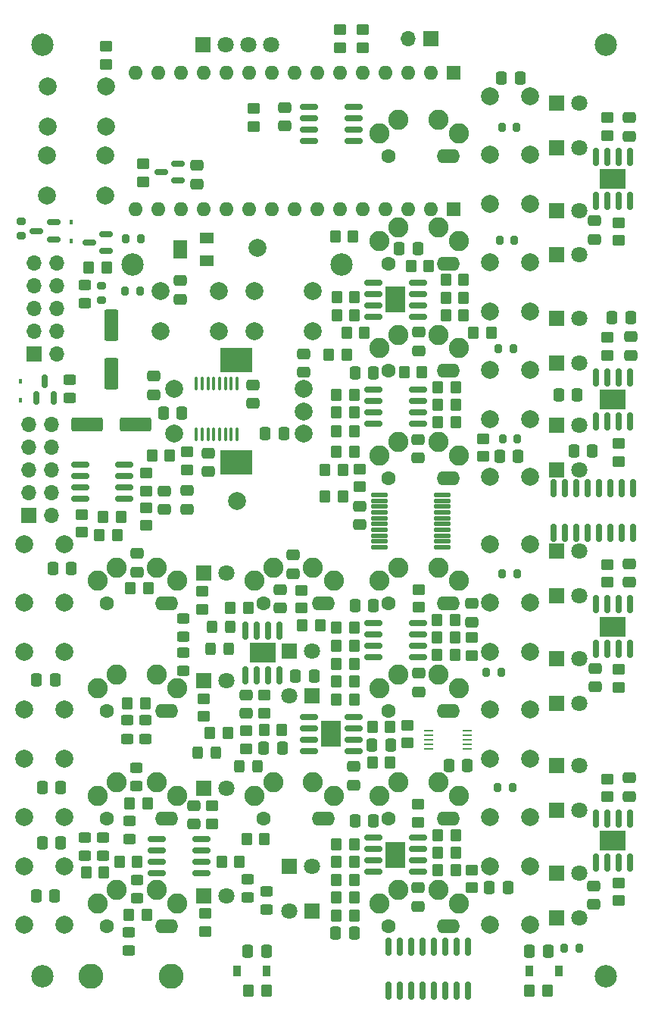
<source format=gbr>
%TF.GenerationSoftware,KiCad,Pcbnew,(6.0.1)*%
%TF.CreationDate,2023-08-27T17:20:04-07:00*%
%TF.ProjectId,main_board,6d61696e-5f62-46f6-9172-642e6b696361,5.0*%
%TF.SameCoordinates,Original*%
%TF.FileFunction,Soldermask,Bot*%
%TF.FilePolarity,Negative*%
%FSLAX46Y46*%
G04 Gerber Fmt 4.6, Leading zero omitted, Abs format (unit mm)*
G04 Created by KiCad (PCBNEW (6.0.1)) date 2023-08-27 17:20:04*
%MOMM*%
%LPD*%
G01*
G04 APERTURE LIST*
G04 Aperture macros list*
%AMRoundRect*
0 Rectangle with rounded corners*
0 $1 Rounding radius*
0 $2 $3 $4 $5 $6 $7 $8 $9 X,Y pos of 4 corners*
0 Add a 4 corners polygon primitive as box body*
4,1,4,$2,$3,$4,$5,$6,$7,$8,$9,$2,$3,0*
0 Add four circle primitives for the rounded corners*
1,1,$1+$1,$2,$3*
1,1,$1+$1,$4,$5*
1,1,$1+$1,$6,$7*
1,1,$1+$1,$8,$9*
0 Add four rect primitives between the rounded corners*
20,1,$1+$1,$2,$3,$4,$5,0*
20,1,$1+$1,$4,$5,$6,$7,0*
20,1,$1+$1,$6,$7,$8,$9,0*
20,1,$1+$1,$8,$9,$2,$3,0*%
G04 Aperture macros list end*
%ADD10RoundRect,0.200000X-0.200000X-0.275000X0.200000X-0.275000X0.200000X0.275000X-0.200000X0.275000X0*%
%ADD11R,1.600000X1.300000*%
%ADD12R,1.600000X2.000000*%
%ADD13R,1.800000X1.800000*%
%ADD14C,1.800000*%
%ADD15C,2.000000*%
%ADD16C,2.250000*%
%ADD17O,2.600000X1.600000*%
%ADD18C,1.600000*%
%ADD19C,2.500000*%
%ADD20R,3.600000X2.800000*%
%ADD21RoundRect,0.250000X-0.450000X0.350000X-0.450000X-0.350000X0.450000X-0.350000X0.450000X0.350000X0*%
%ADD22RoundRect,0.250000X-0.337500X-0.475000X0.337500X-0.475000X0.337500X0.475000X-0.337500X0.475000X0*%
%ADD23RoundRect,0.125000X0.825000X0.125000X-0.825000X0.125000X-0.825000X-0.125000X0.825000X-0.125000X0*%
%ADD24RoundRect,0.250000X-0.350000X-0.450000X0.350000X-0.450000X0.350000X0.450000X-0.350000X0.450000X0*%
%ADD25RoundRect,0.250000X0.350000X0.450000X-0.350000X0.450000X-0.350000X-0.450000X0.350000X-0.450000X0*%
%ADD26RoundRect,0.250000X0.475000X-0.337500X0.475000X0.337500X-0.475000X0.337500X-0.475000X-0.337500X0*%
%ADD27RoundRect,0.250000X0.337500X0.475000X-0.337500X0.475000X-0.337500X-0.475000X0.337500X-0.475000X0*%
%ADD28RoundRect,0.150000X0.587500X0.150000X-0.587500X0.150000X-0.587500X-0.150000X0.587500X-0.150000X0*%
%ADD29RoundRect,0.150000X-0.150000X0.825000X-0.150000X-0.825000X0.150000X-0.825000X0.150000X0.825000X0*%
%ADD30RoundRect,0.250000X0.450000X-0.325000X0.450000X0.325000X-0.450000X0.325000X-0.450000X-0.325000X0*%
%ADD31RoundRect,0.250000X-0.475000X0.337500X-0.475000X-0.337500X0.475000X-0.337500X0.475000X0.337500X0*%
%ADD32RoundRect,0.150000X-0.825000X-0.150000X0.825000X-0.150000X0.825000X0.150000X-0.825000X0.150000X0*%
%ADD33RoundRect,0.150000X0.825000X0.150000X-0.825000X0.150000X-0.825000X-0.150000X0.825000X-0.150000X0*%
%ADD34RoundRect,0.250000X0.450000X-0.350000X0.450000X0.350000X-0.450000X0.350000X-0.450000X-0.350000X0*%
%ADD35R,1.100000X0.250000*%
%ADD36R,2.290000X3.000000*%
%ADD37RoundRect,0.250000X0.325000X0.450000X-0.325000X0.450000X-0.325000X-0.450000X0.325000X-0.450000X0*%
%ADD38RoundRect,0.250000X-0.450000X0.325000X-0.450000X-0.325000X0.450000X-0.325000X0.450000X0.325000X0*%
%ADD39R,0.450000X0.600000*%
%ADD40R,3.000000X2.290000*%
%ADD41R,1.700000X1.700000*%
%ADD42O,1.700000X1.700000*%
%ADD43RoundRect,0.250000X-0.325000X-0.450000X0.325000X-0.450000X0.325000X0.450000X-0.325000X0.450000X0*%
%ADD44RoundRect,0.250000X-0.550000X1.500000X-0.550000X-1.500000X0.550000X-1.500000X0.550000X1.500000X0*%
%ADD45RoundRect,0.100000X0.100000X-0.637500X0.100000X0.637500X-0.100000X0.637500X-0.100000X-0.637500X0*%
%ADD46RoundRect,0.200000X0.275000X-0.200000X0.275000X0.200000X-0.275000X0.200000X-0.275000X-0.200000X0*%
%ADD47R,1.600000X1.600000*%
%ADD48O,1.600000X1.600000*%
%ADD49RoundRect,0.150000X0.150000X-0.825000X0.150000X0.825000X-0.150000X0.825000X-0.150000X-0.825000X0*%
%ADD50R,0.900000X1.200000*%
%ADD51RoundRect,0.150000X0.150000X-0.587500X0.150000X0.587500X-0.150000X0.587500X-0.150000X-0.587500X0*%
%ADD52C,2.800000*%
%ADD53RoundRect,0.250000X-1.500000X-0.550000X1.500000X-0.550000X1.500000X0.550000X-1.500000X0.550000X0*%
%ADD54RoundRect,0.200000X-0.275000X0.200000X-0.275000X-0.200000X0.275000X-0.200000X0.275000X0.200000X0*%
G04 APERTURE END LIST*
D10*
X112375000Y-153900000D03*
X114025000Y-153900000D03*
X105425000Y-112050000D03*
X107075000Y-112050000D03*
X104925000Y-135900000D03*
X106575000Y-135900000D03*
X103625000Y-123050000D03*
X105275000Y-123050000D03*
X105125000Y-74800000D03*
X106775000Y-74800000D03*
X105475000Y-96950000D03*
X107125000Y-96950000D03*
X106625000Y-86950000D03*
X104975000Y-86950000D03*
X105375000Y-62200000D03*
X107025000Y-62200000D03*
D11*
X72350000Y-74550000D03*
D12*
X69450000Y-75800000D03*
D11*
X72350000Y-77050000D03*
D13*
X111500000Y-88520000D03*
D14*
X114040000Y-88520000D03*
D13*
X111500000Y-138500000D03*
D14*
X114040000Y-138500000D03*
D13*
X111500000Y-121500000D03*
D14*
X114040000Y-121500000D03*
D15*
X104000000Y-139250000D03*
X104000000Y-132750000D03*
X108500000Y-139250000D03*
X108500000Y-132750000D03*
D13*
X84140000Y-125700000D03*
D14*
X81600000Y-125700000D03*
D15*
X104000000Y-151250000D03*
X104000000Y-144750000D03*
X108500000Y-144750000D03*
X108500000Y-151250000D03*
D16*
X91670000Y-148850000D03*
X100570000Y-148850000D03*
X93820000Y-147350000D03*
X98270000Y-147350000D03*
D17*
X99410000Y-151400000D03*
D18*
X92730000Y-151400000D03*
D15*
X104000000Y-58750000D03*
X104000000Y-65250000D03*
X108500000Y-65250000D03*
X108500000Y-58750000D03*
D13*
X111500000Y-100500000D03*
D14*
X114040000Y-100500000D03*
D13*
X111500000Y-59500000D03*
D14*
X114040000Y-59500000D03*
D15*
X104000000Y-127250000D03*
X104000000Y-120750000D03*
X108500000Y-127250000D03*
X108500000Y-120750000D03*
D13*
X111500000Y-145500000D03*
D14*
X114040000Y-145500000D03*
D15*
X61100000Y-62100000D03*
X54600000Y-62100000D03*
X54600000Y-57600000D03*
X61100000Y-57600000D03*
D19*
X117000000Y-53000000D03*
D13*
X111500000Y-71500000D03*
D14*
X114040000Y-71500000D03*
D16*
X91670000Y-62850000D03*
X100570000Y-62850000D03*
X93820000Y-61350000D03*
X98270000Y-61350000D03*
D17*
X99410000Y-65400000D03*
D18*
X92730000Y-65400000D03*
D15*
X104000000Y-82750000D03*
X104000000Y-89250000D03*
X108500000Y-82750000D03*
X108500000Y-89250000D03*
D16*
X77670000Y-112850000D03*
X86570000Y-112850000D03*
X79820000Y-111350000D03*
X84270000Y-111350000D03*
D17*
X85410000Y-115400000D03*
D18*
X78730000Y-115400000D03*
D15*
X61050000Y-69800000D03*
X54550000Y-69800000D03*
X54550000Y-65300000D03*
X61050000Y-65300000D03*
X52000000Y-144750000D03*
X52000000Y-151250000D03*
X56500000Y-144750000D03*
X56500000Y-151250000D03*
X68700000Y-96400000D03*
X68700000Y-91400000D03*
D20*
X75700000Y-99600000D03*
X75700000Y-88200000D03*
D15*
X83200000Y-96400000D03*
X83200000Y-91400000D03*
X83200000Y-93900000D03*
D13*
X72000000Y-112000000D03*
D14*
X74540000Y-112000000D03*
D15*
X104000000Y-108750000D03*
X104000000Y-115250000D03*
X108500000Y-108750000D03*
X108500000Y-115250000D03*
X52000000Y-108750000D03*
X52000000Y-115250000D03*
X56500000Y-115250000D03*
X56500000Y-108750000D03*
D13*
X81600000Y-144700000D03*
D14*
X84140000Y-144700000D03*
D13*
X111500000Y-64500000D03*
D14*
X114040000Y-64500000D03*
D16*
X77670000Y-136850000D03*
X86570000Y-136850000D03*
X79820000Y-135350000D03*
X84270000Y-135350000D03*
D17*
X85410000Y-139400000D03*
D18*
X78730000Y-139400000D03*
D13*
X81600000Y-120700000D03*
D14*
X84140000Y-120700000D03*
D15*
X52000000Y-132750000D03*
X52000000Y-139250000D03*
X56500000Y-139250000D03*
X56500000Y-132750000D03*
D19*
X54000000Y-53000000D03*
X64050000Y-77500000D03*
D16*
X91670000Y-112850000D03*
X100570000Y-112850000D03*
X93820000Y-111350000D03*
X98270000Y-111350000D03*
D17*
X99410000Y-115400000D03*
D18*
X92730000Y-115400000D03*
D13*
X72000000Y-136000000D03*
D14*
X74540000Y-136000000D03*
D13*
X111500000Y-133500000D03*
D14*
X114040000Y-133500000D03*
D13*
X84140000Y-149700000D03*
D14*
X81600000Y-149700000D03*
D19*
X117000000Y-157000000D03*
D13*
X72000000Y-124000000D03*
D14*
X74540000Y-124000000D03*
D16*
X60170000Y-112850000D03*
X69070000Y-112850000D03*
X62320000Y-111350000D03*
X66770000Y-111350000D03*
D17*
X67910000Y-115400000D03*
D18*
X61230000Y-115400000D03*
D13*
X111500000Y-95500000D03*
D14*
X114040000Y-95500000D03*
D16*
X60170000Y-124850000D03*
X69070000Y-124850000D03*
X62320000Y-123350000D03*
X66770000Y-123350000D03*
D17*
X67910000Y-127400000D03*
D18*
X61230000Y-127400000D03*
D16*
X60170000Y-136850000D03*
X69070000Y-136850000D03*
X62320000Y-135350000D03*
X66770000Y-135350000D03*
D17*
X67910000Y-139400000D03*
D18*
X61230000Y-139400000D03*
D16*
X91670000Y-136850000D03*
X100570000Y-136850000D03*
X93820000Y-135350000D03*
X98270000Y-135350000D03*
D17*
X99410000Y-139400000D03*
D18*
X92730000Y-139400000D03*
D19*
X54000000Y-157000000D03*
D13*
X111500000Y-150500000D03*
D14*
X114040000Y-150500000D03*
D13*
X111500000Y-126500000D03*
D14*
X114040000Y-126500000D03*
D15*
X104000000Y-94750000D03*
X104000000Y-101250000D03*
X108500000Y-94750000D03*
X108500000Y-101250000D03*
D19*
X87450000Y-77500000D03*
D13*
X111500000Y-83500000D03*
D14*
X114040000Y-83500000D03*
D13*
X111500000Y-76450000D03*
D14*
X114040000Y-76450000D03*
D16*
X91670000Y-86850000D03*
X100570000Y-86850000D03*
X93820000Y-85350000D03*
X98270000Y-85350000D03*
D17*
X99410000Y-89400000D03*
D18*
X92730000Y-89400000D03*
D15*
X104000000Y-70750000D03*
X104000000Y-77250000D03*
X108500000Y-70750000D03*
X108500000Y-77250000D03*
D16*
X91670000Y-124850000D03*
X100570000Y-124850000D03*
X93820000Y-123350000D03*
X98270000Y-123350000D03*
D17*
X99410000Y-127400000D03*
D18*
X92730000Y-127400000D03*
D16*
X91670000Y-98850000D03*
X100570000Y-98850000D03*
X93820000Y-97350000D03*
X98270000Y-97350000D03*
D17*
X99410000Y-101400000D03*
D18*
X92730000Y-101400000D03*
D13*
X111500000Y-114500000D03*
D14*
X114040000Y-114500000D03*
D16*
X60170000Y-148850000D03*
X69070000Y-148850000D03*
X62320000Y-147350000D03*
X66770000Y-147350000D03*
D17*
X67910000Y-151400000D03*
D18*
X61230000Y-151400000D03*
D13*
X71940000Y-53000000D03*
D14*
X74480000Y-53000000D03*
X77020000Y-53000000D03*
X79560000Y-53000000D03*
D15*
X52000000Y-120750000D03*
X52000000Y-127250000D03*
X56500000Y-120750000D03*
X56500000Y-127250000D03*
D16*
X91670000Y-74850000D03*
X100570000Y-74850000D03*
X93820000Y-73350000D03*
X98270000Y-73350000D03*
D17*
X99410000Y-77400000D03*
D18*
X92730000Y-77400000D03*
D13*
X111500000Y-109500000D03*
D14*
X114040000Y-109500000D03*
D13*
X72000000Y-148000000D03*
D14*
X74540000Y-148000000D03*
D15*
X77700000Y-80500000D03*
X84200000Y-80500000D03*
X77700000Y-85000000D03*
X84200000Y-85000000D03*
X73700000Y-80500000D03*
X67200000Y-80500000D03*
X67200000Y-85000000D03*
X73700000Y-85000000D03*
D21*
X117175000Y-85675000D03*
X117175000Y-87675000D03*
D22*
X113437500Y-98325000D03*
X115512500Y-98325000D03*
D10*
X63350000Y-74650000D03*
X65000000Y-74650000D03*
D23*
X98675000Y-103250000D03*
X98675000Y-103900000D03*
X98675000Y-104550000D03*
X98675000Y-105200000D03*
X98675000Y-105850000D03*
X98675000Y-106500000D03*
X98675000Y-107150000D03*
X98675000Y-107800000D03*
X98675000Y-108450000D03*
X98675000Y-109100000D03*
X91675000Y-109100000D03*
X91675000Y-108450000D03*
X91675000Y-107800000D03*
X91675000Y-107150000D03*
X91675000Y-106500000D03*
X91675000Y-105850000D03*
X91675000Y-105200000D03*
X91675000Y-104550000D03*
X91675000Y-103900000D03*
X91675000Y-103250000D03*
D24*
X77050000Y-158650000D03*
X79050000Y-158650000D03*
X98200000Y-91250000D03*
X100200000Y-91250000D03*
D25*
X88850000Y-122100000D03*
X86850000Y-122100000D03*
D26*
X83200000Y-89537500D03*
X83200000Y-87462500D03*
D25*
X85050000Y-117795000D03*
X83050000Y-117795000D03*
D26*
X80600000Y-115875000D03*
X80600000Y-113800000D03*
D25*
X88900000Y-83150000D03*
X86900000Y-83150000D03*
D24*
X66250000Y-98850000D03*
X68250000Y-98850000D03*
D27*
X110537500Y-154200000D03*
X108462500Y-154200000D03*
D28*
X55237500Y-72800000D03*
X55237500Y-74700000D03*
X53362500Y-73750000D03*
D29*
X111130000Y-102515000D03*
X112400000Y-102515000D03*
X113670000Y-102515000D03*
X114940000Y-102515000D03*
X116210000Y-102515000D03*
X117480000Y-102515000D03*
X118750000Y-102515000D03*
X120020000Y-102515000D03*
X120020000Y-107465000D03*
X118750000Y-107465000D03*
X117480000Y-107465000D03*
X116210000Y-107465000D03*
X114940000Y-107465000D03*
X113670000Y-107465000D03*
X112400000Y-107465000D03*
X111130000Y-107465000D03*
D30*
X63750000Y-141675000D03*
X63750000Y-139625000D03*
D24*
X98150000Y-119200000D03*
X100150000Y-119200000D03*
D31*
X69400000Y-79312500D03*
X69400000Y-81387500D03*
D32*
X91025000Y-95305000D03*
X91025000Y-94035000D03*
X91025000Y-92765000D03*
X91025000Y-91495000D03*
X95975000Y-91495000D03*
X95975000Y-92765000D03*
X95975000Y-94035000D03*
X95975000Y-95305000D03*
D25*
X88850000Y-144250000D03*
X86850000Y-144250000D03*
D33*
X88775000Y-59895000D03*
X88775000Y-61165000D03*
X88775000Y-62435000D03*
X88775000Y-63705000D03*
X83825000Y-63705000D03*
X83825000Y-62435000D03*
X83825000Y-61165000D03*
X83825000Y-59895000D03*
D25*
X88850000Y-96150000D03*
X86850000Y-96150000D03*
D31*
X81100000Y-59975000D03*
X81100000Y-62050000D03*
D25*
X78850000Y-141650000D03*
X76850000Y-141650000D03*
D34*
X96050000Y-115800000D03*
X96050000Y-113800000D03*
D25*
X88000000Y-87625000D03*
X86000000Y-87625000D03*
D24*
X98200000Y-145150000D03*
X100200000Y-145150000D03*
X98200000Y-93200000D03*
X100200000Y-93200000D03*
D31*
X96000000Y-147112500D03*
X96000000Y-149187500D03*
D21*
X103275000Y-96950000D03*
X103275000Y-98950000D03*
D35*
X97175000Y-131600000D03*
X97175000Y-131100000D03*
X97175000Y-130600000D03*
X97175000Y-130100000D03*
X97175000Y-129600000D03*
X101475000Y-129600000D03*
X101475000Y-130100000D03*
X101475000Y-130600000D03*
X101475000Y-131100000D03*
X101475000Y-131600000D03*
D21*
X61100000Y-53150000D03*
X61100000Y-55150000D03*
D32*
X91025000Y-145355000D03*
X91025000Y-144085000D03*
X91025000Y-142815000D03*
X91025000Y-141545000D03*
X95975000Y-141545000D03*
X95975000Y-142815000D03*
X95975000Y-144085000D03*
X95975000Y-145355000D03*
D36*
X93500000Y-143450000D03*
D24*
X98150000Y-117250000D03*
X100150000Y-117250000D03*
D37*
X78075000Y-133550000D03*
X76025000Y-133550000D03*
D22*
X55172500Y-111450000D03*
X57247500Y-111450000D03*
D31*
X64550000Y-109812500D03*
X64550000Y-111887500D03*
D25*
X88850000Y-98400000D03*
X86850000Y-98400000D03*
D34*
X96000000Y-139800000D03*
X96000000Y-137800000D03*
D24*
X63750000Y-137700000D03*
X65750000Y-137700000D03*
X99100000Y-81200000D03*
X101100000Y-81200000D03*
D31*
X67650000Y-102812500D03*
X67650000Y-104887500D03*
D25*
X88850000Y-92050000D03*
X86850000Y-92050000D03*
D33*
X71775000Y-141670000D03*
X71775000Y-142940000D03*
X71775000Y-144210000D03*
X71775000Y-145480000D03*
X66825000Y-145480000D03*
X66825000Y-144210000D03*
X66825000Y-142940000D03*
X66825000Y-141670000D03*
D32*
X91025000Y-121355000D03*
X91025000Y-120085000D03*
X91025000Y-118815000D03*
X91025000Y-117545000D03*
X95975000Y-117545000D03*
X95975000Y-118815000D03*
X95975000Y-120085000D03*
X95975000Y-121355000D03*
D38*
X64550000Y-146275000D03*
X64550000Y-148325000D03*
D39*
X51550000Y-92650000D03*
X51550000Y-90550000D03*
D29*
X115895000Y-139375000D03*
X117165000Y-139375000D03*
X118435000Y-139375000D03*
X119705000Y-139375000D03*
X119705000Y-144325000D03*
X118435000Y-144325000D03*
X117165000Y-144325000D03*
X115895000Y-144325000D03*
D40*
X117800000Y-141850000D03*
D29*
X115895000Y-90125000D03*
X117165000Y-90125000D03*
X118435000Y-90125000D03*
X119705000Y-90125000D03*
X119705000Y-95075000D03*
X118435000Y-95075000D03*
X117165000Y-95075000D03*
X115895000Y-95075000D03*
D40*
X117800000Y-92600000D03*
D26*
X88800000Y-135637500D03*
X88800000Y-133562500D03*
D24*
X98200000Y-143200000D03*
X100200000Y-143200000D03*
D33*
X88775000Y-128045000D03*
X88775000Y-129315000D03*
X88775000Y-130585000D03*
X88775000Y-131855000D03*
X83825000Y-131855000D03*
X83825000Y-130585000D03*
X83825000Y-129315000D03*
X83825000Y-128045000D03*
D36*
X86300000Y-129950000D03*
D31*
X119625000Y-110937500D03*
X119625000Y-113012500D03*
D22*
X88962500Y-115650000D03*
X91037500Y-115650000D03*
D25*
X88850000Y-94050000D03*
X86850000Y-94050000D03*
D22*
X88962500Y-139650000D03*
X91037500Y-139650000D03*
D27*
X80987500Y-96400000D03*
X78912500Y-96400000D03*
D25*
X88900000Y-81150000D03*
X86900000Y-81150000D03*
D24*
X63850000Y-113700000D03*
X65850000Y-113700000D03*
X75000000Y-115875000D03*
X77000000Y-115875000D03*
D21*
X117175000Y-111025000D03*
X117175000Y-113025000D03*
D26*
X102025000Y-117437500D03*
X102025000Y-115362500D03*
D10*
X63250000Y-80450000D03*
X64900000Y-80450000D03*
D38*
X58750000Y-79800000D03*
X58750000Y-81850000D03*
D41*
X97475000Y-52300000D03*
D42*
X94935000Y-52300000D03*
D24*
X86850000Y-126100000D03*
X88850000Y-126100000D03*
D29*
X115895000Y-65475000D03*
X117165000Y-65475000D03*
X118435000Y-65475000D03*
X119705000Y-65475000D03*
X119705000Y-70425000D03*
X118435000Y-70425000D03*
X117165000Y-70425000D03*
X115895000Y-70425000D03*
D40*
X117800000Y-67950000D03*
D25*
X87620000Y-103450000D03*
X85620000Y-103450000D03*
D43*
X71350000Y-132075000D03*
X73400000Y-132075000D03*
D24*
X98200000Y-95150000D03*
X100200000Y-95150000D03*
D21*
X65600000Y-104650000D03*
X65600000Y-106650000D03*
D22*
X78762500Y-131500000D03*
X80837500Y-131500000D03*
D30*
X65550000Y-130475000D03*
X65550000Y-128425000D03*
D21*
X65225000Y-66250000D03*
X65225000Y-68250000D03*
D27*
X79050000Y-154250000D03*
X76975000Y-154250000D03*
D31*
X70950000Y-137937500D03*
X70950000Y-140012500D03*
D25*
X88850000Y-142250000D03*
X86850000Y-142250000D03*
X87600000Y-100450000D03*
X85600000Y-100450000D03*
D44*
X61750000Y-84325000D03*
X61750000Y-89725000D03*
D34*
X70200000Y-100450000D03*
X70200000Y-98450000D03*
X77650000Y-62075000D03*
X77650000Y-60075000D03*
D38*
X63650000Y-152075000D03*
X63650000Y-154125000D03*
D24*
X58875000Y-145375000D03*
X60875000Y-145375000D03*
D25*
X92900000Y-129200000D03*
X90900000Y-129200000D03*
D22*
X117687500Y-83425000D03*
X119762500Y-83425000D03*
D24*
X60775000Y-105725000D03*
X62775000Y-105725000D03*
D31*
X96050000Y-85062500D03*
X96050000Y-87137500D03*
D25*
X88850000Y-146250000D03*
X86850000Y-146250000D03*
D24*
X98150000Y-121150000D03*
X100150000Y-121150000D03*
D32*
X91025000Y-83355000D03*
X91025000Y-82085000D03*
X91025000Y-80815000D03*
X91025000Y-79545000D03*
X95975000Y-79545000D03*
X95975000Y-80815000D03*
X95975000Y-82085000D03*
X95975000Y-83355000D03*
D36*
X93500000Y-81450000D03*
D31*
X119750000Y-85587500D03*
X119750000Y-87662500D03*
D45*
X75775000Y-96512500D03*
X75125000Y-96512500D03*
X74475000Y-96512500D03*
X73825000Y-96512500D03*
X73175000Y-96512500D03*
X72525000Y-96512500D03*
X71875000Y-96512500D03*
X71225000Y-96512500D03*
X71225000Y-90787500D03*
X71875000Y-90787500D03*
X72525000Y-90787500D03*
X73175000Y-90787500D03*
X73825000Y-90787500D03*
X74475000Y-90787500D03*
X75125000Y-90787500D03*
X75775000Y-90787500D03*
D46*
X51600000Y-74325000D03*
X51600000Y-72675000D03*
D24*
X72750000Y-129875000D03*
X74750000Y-129875000D03*
D21*
X89475000Y-100350000D03*
X89475000Y-102350000D03*
D31*
X119650000Y-61087500D03*
X119650000Y-63162500D03*
D21*
X78800000Y-125600000D03*
X78800000Y-127600000D03*
D24*
X99100000Y-79200000D03*
X101100000Y-79200000D03*
D47*
X100000000Y-56060000D03*
D48*
X97460000Y-56060000D03*
X94920000Y-56060000D03*
X92380000Y-56060000D03*
X89840000Y-56060000D03*
X87300000Y-56060000D03*
X84760000Y-56060000D03*
X82220000Y-56060000D03*
X79680000Y-56060000D03*
X77140000Y-56060000D03*
X74600000Y-56060000D03*
X72060000Y-56060000D03*
X69520000Y-56060000D03*
X66980000Y-56060000D03*
X64440000Y-56060000D03*
D27*
X95987500Y-75700000D03*
X93912500Y-75700000D03*
D31*
X115675000Y-146937500D03*
X115675000Y-149012500D03*
D25*
X90000000Y-85150000D03*
X88000000Y-85150000D03*
D27*
X88862500Y-152225000D03*
X86787500Y-152225000D03*
D49*
X80505000Y-123375000D03*
X79235000Y-123375000D03*
X77965000Y-123375000D03*
X76695000Y-123375000D03*
X76695000Y-118425000D03*
X77965000Y-118425000D03*
X79235000Y-118425000D03*
X80505000Y-118425000D03*
D40*
X78600000Y-120900000D03*
D41*
X53100000Y-87500000D03*
D42*
X55640000Y-87500000D03*
X53100000Y-84960000D03*
X55640000Y-84960000D03*
X53100000Y-82420000D03*
X55640000Y-82420000D03*
X53100000Y-79880000D03*
X55640000Y-79880000D03*
X53100000Y-77340000D03*
X55640000Y-77340000D03*
D15*
X75800000Y-103900000D03*
D38*
X76970000Y-146185000D03*
X76970000Y-148235000D03*
D27*
X69612500Y-94075000D03*
X67537500Y-94075000D03*
D34*
X72000000Y-128000000D03*
X72000000Y-126000000D03*
D22*
X88962500Y-89600000D03*
X91037500Y-89600000D03*
D31*
X96050000Y-123162500D03*
X96050000Y-125237500D03*
D25*
X80800000Y-129500000D03*
X78800000Y-129500000D03*
D39*
X57250000Y-74900000D03*
X57250000Y-72800000D03*
D21*
X102025000Y-145150000D03*
X102025000Y-147150000D03*
D47*
X100000000Y-71300000D03*
D48*
X97460000Y-71300000D03*
X94920000Y-71300000D03*
X92380000Y-71300000D03*
X89840000Y-71300000D03*
X87300000Y-71300000D03*
X84760000Y-71300000D03*
X82220000Y-71300000D03*
X79680000Y-71300000D03*
X77140000Y-71300000D03*
X74600000Y-71300000D03*
X72060000Y-71300000D03*
X69520000Y-71300000D03*
X66980000Y-71300000D03*
X64440000Y-71300000D03*
D31*
X71250000Y-66450000D03*
X71250000Y-68525000D03*
D30*
X69750000Y-119125000D03*
X69750000Y-117075000D03*
X79070000Y-149552500D03*
X79070000Y-147502500D03*
D22*
X53982500Y-135950000D03*
X56057500Y-135950000D03*
X53312500Y-148030000D03*
X55387500Y-148030000D03*
D26*
X76800000Y-127637500D03*
X76800000Y-125562500D03*
D25*
X88850000Y-148250000D03*
X86850000Y-148250000D03*
D22*
X82312500Y-123525000D03*
X84387500Y-123525000D03*
D34*
X65600000Y-102800000D03*
X65600000Y-100800000D03*
D21*
X58425000Y-105425000D03*
X58425000Y-107425000D03*
D25*
X110475000Y-158650000D03*
X108475000Y-158650000D03*
D50*
X111775000Y-156400000D03*
X108475000Y-156400000D03*
D24*
X60375000Y-107750000D03*
X62375000Y-107750000D03*
D38*
X63450000Y-128425000D03*
X63450000Y-130475000D03*
D27*
X56077500Y-142110000D03*
X54002500Y-142110000D03*
D24*
X102200000Y-85175000D03*
X104200000Y-85175000D03*
D41*
X52500000Y-105500000D03*
D42*
X55040000Y-105500000D03*
X52500000Y-102960000D03*
X55040000Y-102960000D03*
X52500000Y-100420000D03*
X55040000Y-100420000D03*
X52500000Y-97880000D03*
X55040000Y-97880000D03*
X52500000Y-95340000D03*
X55040000Y-95340000D03*
D31*
X119600000Y-134862500D03*
X119600000Y-136937500D03*
D25*
X96450000Y-89550000D03*
X94450000Y-89550000D03*
D22*
X105312500Y-56700000D03*
X107387500Y-56700000D03*
D21*
X87275000Y-51300000D03*
X87275000Y-53300000D03*
D27*
X101512500Y-133500000D03*
X99437500Y-133500000D03*
D31*
X96000000Y-97062500D03*
X96000000Y-99137500D03*
D25*
X88750000Y-74400000D03*
X86750000Y-74400000D03*
D22*
X105122500Y-98955000D03*
X107197500Y-98955000D03*
D37*
X75000000Y-118025000D03*
X72950000Y-118025000D03*
D24*
X90900000Y-133100000D03*
X92900000Y-133100000D03*
D43*
X72775000Y-120450000D03*
X74825000Y-120450000D03*
D51*
X55250000Y-92437500D03*
X53350000Y-92437500D03*
X54300000Y-90562500D03*
D34*
X72950000Y-139975000D03*
X72950000Y-137975000D03*
D25*
X101100000Y-83200000D03*
X99100000Y-83200000D03*
D34*
X94800000Y-130950000D03*
X94800000Y-128950000D03*
D30*
X57050000Y-92400000D03*
X57050000Y-90350000D03*
D25*
X88850000Y-120100000D03*
X86850000Y-120100000D03*
D24*
X62625000Y-144225000D03*
X64625000Y-144225000D03*
D29*
X115895000Y-115475000D03*
X117165000Y-115475000D03*
X118435000Y-115475000D03*
X119705000Y-115475000D03*
X119705000Y-120425000D03*
X118435000Y-120425000D03*
X117165000Y-120425000D03*
X115895000Y-120425000D03*
D40*
X117800000Y-117950000D03*
D25*
X97200000Y-77700000D03*
X95200000Y-77700000D03*
D30*
X69750000Y-122875000D03*
X69750000Y-120825000D03*
D31*
X77500000Y-90962500D03*
X77500000Y-93037500D03*
D32*
X58225000Y-103655000D03*
X58225000Y-102385000D03*
X58225000Y-101115000D03*
X58225000Y-99845000D03*
X63175000Y-99845000D03*
X63175000Y-101115000D03*
X63175000Y-102385000D03*
X63175000Y-103655000D03*
D24*
X63500000Y-126500000D03*
X65500000Y-126500000D03*
D28*
X61137500Y-74100000D03*
X61137500Y-76000000D03*
X59262500Y-75050000D03*
D15*
X78050000Y-75650000D03*
D25*
X88850000Y-118100000D03*
X86850000Y-118100000D03*
X76050000Y-144210000D03*
X74050000Y-144210000D03*
D24*
X63650000Y-150150000D03*
X65650000Y-150150000D03*
D25*
X61200000Y-77850000D03*
X59200000Y-77850000D03*
X88850000Y-124100000D03*
X86850000Y-124100000D03*
D38*
X60760000Y-141515000D03*
X60760000Y-143565000D03*
D27*
X113787500Y-92050000D03*
X111712500Y-92050000D03*
D34*
X118450000Y-148575000D03*
X118450000Y-146575000D03*
X118425000Y-124725000D03*
X118425000Y-122725000D03*
X71900000Y-116000000D03*
X71900000Y-114000000D03*
D21*
X117150000Y-61100000D03*
X117150000Y-63100000D03*
D52*
X59400000Y-157000000D03*
D29*
X92655000Y-153700000D03*
X93925000Y-153700000D03*
X95195000Y-153700000D03*
X96465000Y-153700000D03*
X97735000Y-153700000D03*
X99005000Y-153700000D03*
X100275000Y-153700000D03*
X101545000Y-153700000D03*
X101545000Y-158650000D03*
X100275000Y-158650000D03*
X99005000Y-158650000D03*
X97735000Y-158650000D03*
X96465000Y-158650000D03*
X95195000Y-158650000D03*
X93925000Y-158650000D03*
X92655000Y-158650000D03*
D31*
X115850000Y-122612500D03*
X115850000Y-124687500D03*
D34*
X83000000Y-115900000D03*
X83000000Y-113900000D03*
D26*
X70150000Y-104837500D03*
X70150000Y-102762500D03*
D50*
X79050000Y-156425000D03*
X75750000Y-156425000D03*
D34*
X118450000Y-99500000D03*
X118450000Y-97500000D03*
D31*
X89455000Y-104487500D03*
X89455000Y-106562500D03*
D26*
X82000000Y-112037500D03*
X82000000Y-109962500D03*
D22*
X53332500Y-123930000D03*
X55407500Y-123930000D03*
D31*
X115700000Y-72612500D03*
X115700000Y-74687500D03*
D34*
X72175000Y-152000000D03*
X72175000Y-150000000D03*
D24*
X98200000Y-141250000D03*
X100200000Y-141250000D03*
D22*
X103987500Y-147150000D03*
X106062500Y-147150000D03*
D21*
X117175000Y-134975000D03*
X117175000Y-136975000D03*
D22*
X90862500Y-131150000D03*
X92937500Y-131150000D03*
D31*
X72550000Y-98562500D03*
X72550000Y-100637500D03*
D28*
X69137500Y-66250000D03*
X69137500Y-68150000D03*
X67262500Y-67200000D03*
D34*
X118425000Y-74825000D03*
X118425000Y-72825000D03*
D24*
X86850000Y-150225000D03*
X88850000Y-150225000D03*
D30*
X64500000Y-135775000D03*
X64500000Y-133725000D03*
D34*
X76750000Y-131600000D03*
X76750000Y-129600000D03*
D53*
X59000000Y-95350000D03*
X64400000Y-95350000D03*
D21*
X89850000Y-51275000D03*
X89850000Y-53275000D03*
D34*
X102000000Y-121175000D03*
X102000000Y-119175000D03*
D54*
X60650000Y-79875000D03*
X60650000Y-81525000D03*
D31*
X66425000Y-89962500D03*
X66425000Y-92037500D03*
D52*
X68375000Y-157000000D03*
D30*
X58770000Y-143532500D03*
X58770000Y-141482500D03*
M02*

</source>
